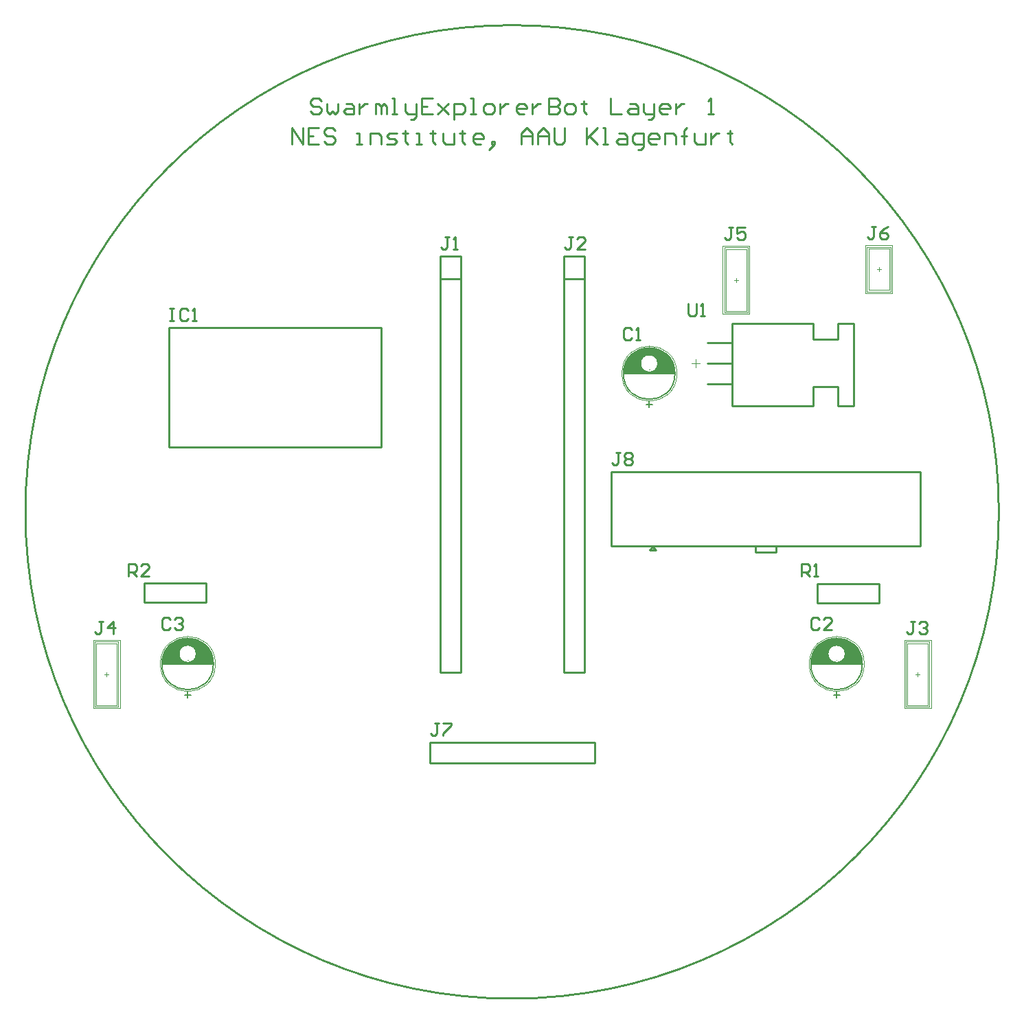
<source format=gto>
G04*
G04 #@! TF.GenerationSoftware,Altium Limited,CircuitMaker,2.2.1 (6)*
G04*
G04 Layer_Color=15132400*
%FSLAX44Y44*%
%MOMM*%
G71*
G04*
G04 #@! TF.SameCoordinates,9E674738-4F13-4C75-B363-8A9F2A517ECE*
G04*
G04*
G04 #@! TF.FilePolarity,Positive*
G04*
G01*
G75*
%ADD10C,0.0500*%
%ADD11C,0.3556*%
%ADD12C,0.2000*%
%ADD13C,0.1000*%
%ADD14C,0.2540*%
%ADD15C,0.0000*%
G36*
X168250Y412500D02*
Y417272D01*
Y418553D01*
X168750Y421066D01*
X169730Y423433D01*
X171154Y425564D01*
X172060Y426470D01*
X172060Y427074D01*
X172296Y428259D01*
X172758Y429375D01*
X173429Y430379D01*
X173856Y430806D01*
X173856Y430806D01*
X181694Y438644D01*
X182121Y439071D01*
X183125Y439742D01*
X184241Y440204D01*
X185426Y440440D01*
X186030D01*
X186936Y441346D01*
X189067Y442770D01*
X191434Y443750D01*
X193947Y444250D01*
X195228D01*
D01*
X205298D01*
X206152D01*
X207827Y443917D01*
X209406Y443263D01*
X210826Y442314D01*
X211430Y441710D01*
X212336D01*
X214113Y441357D01*
X215787Y440663D01*
X217293Y439656D01*
X217934Y439016D01*
X217934Y439016D01*
X226516Y430434D01*
X227157Y429794D01*
X228163Y428287D01*
X228857Y426613D01*
X229210Y424836D01*
Y423930D01*
X229754Y423386D01*
X230609Y422107D01*
X231197Y420686D01*
X231497Y419177D01*
Y418408D01*
D01*
Y412511D01*
X201270Y412500D01*
X201874Y413104D01*
X203294Y414053D01*
X204872Y414707D01*
X206548Y415040D01*
X207402D01*
D01*
X207620D01*
Y415342D01*
X207738Y415934D01*
X207969Y416492D01*
X208305Y416995D01*
X208518Y417208D01*
D01*
X211430Y420120D01*
Y430280D01*
X206350Y435360D01*
X206035Y435646D01*
X205328Y436118D01*
X204543Y436443D01*
X203709Y436609D01*
X203284Y436630D01*
D01*
X200002D01*
X199100Y436586D01*
X197330Y436234D01*
X195664Y435543D01*
X194164Y434541D01*
X193495Y433935D01*
X193495Y433935D01*
X189238Y429678D01*
X188802Y429197D01*
X188081Y428118D01*
X187585Y426920D01*
X187332Y425648D01*
X187300Y424999D01*
X187357Y423845D01*
X187807Y421580D01*
X188691Y419446D01*
X189974Y417526D01*
X190750Y416670D01*
Y416670D01*
X192226Y415194D01*
X192895Y414588D01*
X194394Y413586D01*
X196060Y412896D01*
X197828Y412544D01*
X198730Y412500D01*
D01*
X168250D01*
D02*
G37*
G36*
X968250D02*
Y417272D01*
Y418553D01*
X968750Y421066D01*
X969731Y423433D01*
X971154Y425564D01*
X972060Y426470D01*
X972060Y427074D01*
X972296Y428259D01*
X972758Y429375D01*
X973429Y430379D01*
X973856Y430806D01*
X973856Y430806D01*
X981694Y438644D01*
X982121Y439071D01*
X983125Y439742D01*
X984241Y440204D01*
X985426Y440440D01*
X986030D01*
X986936Y441346D01*
X989066Y442770D01*
X991434Y443750D01*
X993947Y444250D01*
X995228D01*
D01*
X1005298D01*
X1006152D01*
X1007827Y443917D01*
X1009406Y443263D01*
X1010826Y442314D01*
X1011430Y441710D01*
X1012336D01*
X1014113Y441357D01*
X1015787Y440663D01*
X1017293Y439656D01*
X1017934Y439016D01*
X1017934Y439016D01*
X1026516Y430434D01*
X1027157Y429794D01*
X1028163Y428287D01*
X1028857Y426613D01*
X1029210Y424836D01*
Y423930D01*
X1029754Y423386D01*
X1030609Y422107D01*
X1031197Y420686D01*
X1031497Y419177D01*
Y418408D01*
D01*
Y412511D01*
X1001270Y412500D01*
X1001874Y413104D01*
X1003294Y414053D01*
X1004873Y414707D01*
X1006548Y415040D01*
X1007402D01*
D01*
X1007620D01*
Y415342D01*
X1007738Y415934D01*
X1007969Y416492D01*
X1008305Y416995D01*
X1008518Y417208D01*
D01*
X1011430Y420120D01*
Y430280D01*
X1006350Y435360D01*
X1006035Y435646D01*
X1005328Y436118D01*
X1004543Y436443D01*
X1003709Y436609D01*
X1003284Y436630D01*
D01*
X1000002D01*
X999100Y436586D01*
X997330Y436234D01*
X995664Y435543D01*
X994164Y434541D01*
X993495Y433935D01*
X993495Y433935D01*
X989238Y429678D01*
X988802Y429197D01*
X988081Y428118D01*
X987585Y426920D01*
X987332Y425648D01*
X987300Y424999D01*
X987357Y423845D01*
X987807Y421580D01*
X988691Y419446D01*
X989974Y417526D01*
X990750Y416670D01*
Y416670D01*
X992226Y415194D01*
X992895Y414588D01*
X994394Y413586D01*
X996060Y412896D01*
X997828Y412544D01*
X998730Y412500D01*
D01*
X968250D01*
D02*
G37*
G36*
X737248Y770501D02*
Y775273D01*
Y776554D01*
X737748Y779067D01*
X738729Y781434D01*
X740152Y783565D01*
X741058Y784471D01*
X741058Y785075D01*
X741294Y786260D01*
X741756Y787375D01*
X742427Y788380D01*
X742854Y788807D01*
X742854Y788807D01*
X750692Y796645D01*
X751119Y797072D01*
X752124Y797743D01*
X753240Y798205D01*
X754424Y798441D01*
X755028D01*
X755934Y799347D01*
X758065Y800770D01*
X760432Y801751D01*
X762945Y802251D01*
X764227D01*
D01*
X774296D01*
X775150D01*
X776826Y801918D01*
X778404Y801264D01*
X779824Y800315D01*
X780428Y799711D01*
X781334D01*
X783111Y799357D01*
X784785Y798664D01*
X786292Y797657D01*
X786932Y797017D01*
X786932Y797017D01*
X795514Y788435D01*
X796155Y787794D01*
X797161Y786288D01*
X797855Y784614D01*
X798208Y782837D01*
Y781931D01*
X798752Y781387D01*
X799607Y780108D01*
X800196Y778687D01*
X800496Y777178D01*
Y776409D01*
D01*
Y770512D01*
X770268Y770501D01*
X770872Y771105D01*
X772293Y772054D01*
X773871Y772708D01*
X775546Y773041D01*
X776401D01*
D01*
X776618D01*
Y773343D01*
X776736Y773935D01*
X776967Y774493D01*
X777303Y774995D01*
X777516Y775209D01*
D01*
X780428Y778121D01*
Y788281D01*
X775348Y793361D01*
X775033Y793647D01*
X774326Y794119D01*
X773541Y794444D01*
X772707Y794610D01*
X772282Y794631D01*
D01*
X769000D01*
X768098Y794586D01*
X766329Y794235D01*
X764662Y793544D01*
X763162Y792542D01*
X762493Y791936D01*
X762493Y791936D01*
X758236Y787679D01*
X757800Y787198D01*
X757080Y786119D01*
X756583Y784921D01*
X756330Y783649D01*
X756298Y783000D01*
X756355Y781845D01*
X756806Y779581D01*
X757689Y777447D01*
X758972Y775527D01*
X759749Y774671D01*
Y774671D01*
X761224Y773195D01*
X761893Y772589D01*
X763392Y771587D01*
X765058Y770897D01*
X766827Y770545D01*
X767728Y770501D01*
D01*
X737248D01*
D02*
G37*
D10*
X803198D02*
G03*
X803198Y770501I-33937J0D01*
G01*
X234200Y412500D02*
G03*
X234200Y412500I-33937J0D01*
G01*
X1034200D02*
G03*
X1034200Y412500I-33937J0D01*
G01*
X892510Y844090D02*
Y927910D01*
X859490Y844090D02*
X892510D01*
X859490D02*
Y927910D01*
X892510D01*
X83490Y358090D02*
Y441910D01*
X116510D01*
Y358090D02*
Y441910D01*
X83490Y358090D02*
X116510D01*
X1083490D02*
Y441910D01*
X1116510D01*
Y358090D02*
Y441910D01*
X1083490Y358090D02*
X1116510D01*
X1035490Y928600D02*
X1068510D01*
X1035490Y869400D02*
Y928600D01*
Y869400D02*
X1068510D01*
Y928600D01*
D11*
X780631Y783000D02*
G03*
X780631Y783000I-11631J0D01*
G01*
X211632Y424999D02*
G03*
X211632Y424999I-11631J0D01*
G01*
X1011632D02*
G03*
X1011632Y424999I-11631J0D01*
G01*
D12*
X800748Y770501D02*
G03*
X800748Y770501I-31750J0D01*
G01*
X231750Y412500D02*
G03*
X231750Y412500I-31750J0D01*
G01*
X1031750D02*
G03*
X1031750Y412500I-31750J0D01*
G01*
X768998Y728591D02*
Y736211D01*
X765327Y732401D02*
X772808D01*
X737248Y770501D02*
X800748D01*
X200000Y370590D02*
Y378210D01*
X196329Y374400D02*
X203810D01*
X168250Y412500D02*
X231750D01*
X1000000Y370590D02*
Y378210D01*
X996329Y374400D02*
X1003810D01*
X968250Y412500D02*
X1031750D01*
D13*
X861500Y846250D02*
Y925750D01*
Y846100D02*
X890500D01*
Y846250D02*
Y925750D01*
X861500Y925900D02*
X890500D01*
X114500Y360250D02*
Y439750D01*
X85500Y439900D02*
X114500D01*
X85500Y360250D02*
Y439750D01*
Y360100D02*
X114500D01*
X1114500Y360250D02*
Y439750D01*
X1085500Y439900D02*
X1114500D01*
X1085500Y360250D02*
Y439750D01*
Y360100D02*
X1114500D01*
X1066500Y871600D02*
Y926400D01*
X1037500Y871600D02*
X1066500D01*
X1037500Y926400D02*
X1066500D01*
X1037500Y871600D02*
Y926400D01*
X863300Y924100D02*
X888700D01*
X863300Y847900D02*
Y924100D01*
Y847900D02*
X888700D01*
Y924100D01*
X87300Y361900D02*
X112700D01*
Y438100D01*
X87300D02*
X112700D01*
X87300Y361900D02*
Y438100D01*
X1087300Y361900D02*
X1112700D01*
Y438100D01*
X1087300D02*
X1112700D01*
X1087300Y361900D02*
Y438100D01*
X1039300Y924400D02*
X1064700D01*
X1039300Y873600D02*
Y924400D01*
Y873600D02*
X1064700D01*
Y924400D01*
X876000Y883460D02*
Y888540D01*
X873460Y886000D02*
X878540D01*
X100000Y397460D02*
Y402540D01*
X97460Y400000D02*
X102540D01*
X1100000Y397460D02*
Y402540D01*
X1097460Y400000D02*
X1102540D01*
X1052000Y896460D02*
Y901540D01*
X1049460Y899000D02*
X1054540D01*
X826000Y778000D02*
Y788000D01*
X821000Y783000D02*
X831000D01*
X768998Y775581D02*
X769261D01*
X200000Y417580D02*
X200263D01*
X1000000D02*
X1000263D01*
D14*
X222900Y488570D02*
Y512003D01*
X146700D02*
X222900D01*
X146700Y488570D02*
Y512003D01*
Y488570D02*
X222900D01*
X976100Y487997D02*
Y511430D01*
Y487997D02*
X1052300D01*
Y511430D01*
X976100D02*
X1052300D01*
X773000Y556710D02*
X776810Y552900D01*
X773000D02*
X776810D01*
X900000Y550360D02*
Y557980D01*
X925400Y550360D02*
Y557980D01*
X722000Y558200D02*
Y649200D01*
X1103400Y558200D02*
Y649200D01*
X769190Y552900D02*
X773000Y556710D01*
X769190Y552900D02*
X773000D01*
X900000Y550360D02*
X925400D01*
X722000Y558200D02*
X1103400D01*
X722000Y649200D02*
X1103400D01*
X1001768Y730930D02*
Y754552D01*
X971034D02*
X1001768D01*
X971288Y812972D02*
X1001768D01*
X971034Y813226D02*
X971288Y812972D01*
X971034Y813226D02*
Y832530D01*
X840732Y783000D02*
X869180Y783000D01*
X1001768Y730930D02*
X1020818D01*
X840732Y808400D02*
X870958D01*
X840732Y757600D02*
X870958D01*
X1001768Y832530D02*
X1020818D01*
X1001768Y812972D02*
Y832530D01*
X870958D02*
X971034D01*
X870958Y730930D02*
Y832530D01*
X1020818Y730930D02*
Y832530D01*
X870958Y730930D02*
X971034D01*
Y754552D01*
X663500Y887300D02*
X688900D01*
X663500Y915240D02*
X688900D01*
Y402160D02*
Y915240D01*
X663500Y402160D02*
X688900D01*
X663500Y402160D02*
Y915240D01*
X511100Y887300D02*
X536500D01*
X511100Y915240D02*
X536500D01*
Y402160D02*
Y915240D01*
X511100Y402160D02*
X536500D01*
X511100Y402160D02*
Y915240D01*
X498400Y290300D02*
X701600D01*
X498400D02*
Y315700D01*
X701600D01*
Y290300D02*
Y315700D01*
X438180Y679640D02*
Y826960D01*
X176560Y679640D02*
X438180D01*
X176560D02*
Y826960D01*
X438180D01*
X328421Y1053204D02*
Y1073198D01*
X341750Y1053204D01*
Y1073198D01*
X361744D02*
X348414D01*
Y1053204D01*
X361744D01*
X348414Y1063201D02*
X355079D01*
X381737Y1069866D02*
X378405Y1073198D01*
X371740D01*
X368408Y1069866D01*
Y1066534D01*
X371740Y1063201D01*
X378405D01*
X381737Y1059869D01*
Y1056537D01*
X378405Y1053204D01*
X371740D01*
X368408Y1056537D01*
X408395Y1053204D02*
X415060D01*
X411727D01*
Y1066534D01*
X408395D01*
X425056Y1053204D02*
Y1066534D01*
X435053D01*
X438385Y1063201D01*
Y1053204D01*
X445050D02*
X455047D01*
X458379Y1056537D01*
X455047Y1059869D01*
X448382D01*
X445050Y1063201D01*
X448382Y1066534D01*
X458379D01*
X468376Y1069866D02*
Y1066534D01*
X465043D01*
X471708D01*
X468376D01*
Y1056537D01*
X471708Y1053204D01*
X481705D02*
X488369D01*
X485037D01*
Y1066534D01*
X481705D01*
X501698Y1069866D02*
Y1066534D01*
X498366D01*
X505031D01*
X501698D01*
Y1056537D01*
X505031Y1053204D01*
X515027Y1066534D02*
Y1056537D01*
X518360Y1053204D01*
X528356D01*
Y1066534D01*
X538353Y1069866D02*
Y1066534D01*
X535021D01*
X541685D01*
X538353D01*
Y1056537D01*
X541685Y1053204D01*
X561679D02*
X555014D01*
X551682Y1056537D01*
Y1063201D01*
X555014Y1066534D01*
X561679D01*
X565011Y1063201D01*
Y1059869D01*
X551682D01*
X575008Y1049872D02*
X578340Y1053204D01*
Y1056537D01*
X575008D01*
Y1053204D01*
X578340D01*
X575008Y1049872D01*
X571676Y1046540D01*
X611663Y1053204D02*
Y1066534D01*
X618327Y1073198D01*
X624992Y1066534D01*
Y1053204D01*
Y1063201D01*
X611663D01*
X631656Y1053204D02*
Y1066534D01*
X638321Y1073198D01*
X644986Y1066534D01*
Y1053204D01*
Y1063201D01*
X631656D01*
X651650Y1073198D02*
Y1056537D01*
X654982Y1053204D01*
X661647D01*
X664979Y1056537D01*
Y1073198D01*
X691637D02*
Y1053204D01*
Y1059869D01*
X704966Y1073198D01*
X694969Y1063201D01*
X704966Y1053204D01*
X711631D02*
X718295D01*
X714963D01*
Y1073198D01*
X711631D01*
X731624Y1066534D02*
X738289D01*
X741621Y1063201D01*
Y1053204D01*
X731624D01*
X728292Y1056537D01*
X731624Y1059869D01*
X741621D01*
X754950Y1046540D02*
X758282D01*
X761615Y1049872D01*
Y1066534D01*
X751618D01*
X748286Y1063201D01*
Y1056537D01*
X751618Y1053204D01*
X761615D01*
X778276D02*
X771611D01*
X768279Y1056537D01*
Y1063201D01*
X771611Y1066534D01*
X778276D01*
X781608Y1063201D01*
Y1059869D01*
X768279D01*
X788273Y1053204D02*
Y1066534D01*
X798269D01*
X801602Y1063201D01*
Y1053204D01*
X811599D02*
Y1069866D01*
Y1063201D01*
X808266D01*
X814931D01*
X811599D01*
Y1069866D01*
X814931Y1073198D01*
X824928Y1066534D02*
Y1056537D01*
X828260Y1053204D01*
X838257D01*
Y1066534D01*
X844921D02*
Y1053204D01*
Y1059869D01*
X848253Y1063201D01*
X851585Y1066534D01*
X854918D01*
X868247Y1069866D02*
Y1066534D01*
X864915D01*
X871579D01*
X868247D01*
Y1056537D01*
X871579Y1053204D01*
X365076Y1106866D02*
X361743Y1110198D01*
X355079D01*
X351747Y1106866D01*
Y1103533D01*
X355079Y1100201D01*
X361743D01*
X365076Y1096869D01*
Y1093537D01*
X361743Y1090204D01*
X355079D01*
X351747Y1093537D01*
X371740Y1103533D02*
Y1093537D01*
X375073Y1090204D01*
X378405Y1093537D01*
X381737Y1090204D01*
X385069Y1093537D01*
Y1103533D01*
X395066D02*
X401731D01*
X405063Y1100201D01*
Y1090204D01*
X395066D01*
X391734Y1093537D01*
X395066Y1096869D01*
X405063D01*
X411727Y1103533D02*
Y1090204D01*
Y1096869D01*
X415060Y1100201D01*
X418392Y1103533D01*
X421724D01*
X431721Y1090204D02*
Y1103533D01*
X435053D01*
X438385Y1100201D01*
Y1090204D01*
Y1100201D01*
X441718Y1103533D01*
X445050Y1100201D01*
Y1090204D01*
X451715D02*
X458379D01*
X455047D01*
Y1110198D01*
X451715D01*
X468376Y1103533D02*
Y1093537D01*
X471708Y1090204D01*
X481705D01*
Y1086872D01*
X478372Y1083540D01*
X475040D01*
X481705Y1090204D02*
Y1103533D01*
X501698Y1110198D02*
X488369D01*
Y1090204D01*
X501698D01*
X488369Y1100201D02*
X495034D01*
X508363Y1103533D02*
X521692Y1090204D01*
X515027Y1096869D01*
X521692Y1103533D01*
X508363Y1090204D01*
X528356Y1083540D02*
Y1103533D01*
X538353D01*
X541685Y1100201D01*
Y1093537D01*
X538353Y1090204D01*
X528356D01*
X548350D02*
X555014D01*
X551682D01*
Y1110198D01*
X548350D01*
X568344Y1090204D02*
X575008D01*
X578340Y1093537D01*
Y1100201D01*
X575008Y1103533D01*
X568344D01*
X565011Y1100201D01*
Y1093537D01*
X568344Y1090204D01*
X585005Y1103533D02*
Y1090204D01*
Y1096869D01*
X588337Y1100201D01*
X591669Y1103533D01*
X595002D01*
X614995Y1090204D02*
X608331D01*
X604998Y1093537D01*
Y1100201D01*
X608331Y1103533D01*
X614995D01*
X618327Y1100201D01*
Y1096869D01*
X604998D01*
X624992Y1103533D02*
Y1090204D01*
Y1096869D01*
X628324Y1100201D01*
X631656Y1103533D01*
X634989D01*
X644986Y1110198D02*
Y1090204D01*
X654982D01*
X658315Y1093537D01*
Y1096869D01*
X654982Y1100201D01*
X644986D01*
X654982D01*
X658315Y1103533D01*
Y1106866D01*
X654982Y1110198D01*
X644986D01*
X668311Y1090204D02*
X674976D01*
X678308Y1093537D01*
Y1100201D01*
X674976Y1103533D01*
X668311D01*
X664979Y1100201D01*
Y1093537D01*
X668311Y1090204D01*
X688305Y1106866D02*
Y1103533D01*
X684973D01*
X691637D01*
X688305D01*
Y1093537D01*
X691637Y1090204D01*
X721628Y1110198D02*
Y1090204D01*
X734957D01*
X744953Y1103533D02*
X751618D01*
X754950Y1100201D01*
Y1090204D01*
X744953D01*
X741621Y1093537D01*
X744953Y1096869D01*
X754950D01*
X761615Y1103533D02*
Y1093537D01*
X764947Y1090204D01*
X774944D01*
Y1086872D01*
X771611Y1083540D01*
X768279D01*
X774944Y1090204D02*
Y1103533D01*
X791605Y1090204D02*
X784940D01*
X781608Y1093537D01*
Y1100201D01*
X784940Y1103533D01*
X791605D01*
X794937Y1100201D01*
Y1096869D01*
X781608D01*
X801602Y1103533D02*
Y1090204D01*
Y1096869D01*
X804934Y1100201D01*
X808266Y1103533D01*
X811599D01*
X841589Y1090204D02*
X848253D01*
X844921D01*
Y1110198D01*
X841589Y1106866D01*
X127000Y520954D02*
Y536189D01*
X134618D01*
X137157Y533650D01*
Y528572D01*
X134618Y526032D01*
X127000D01*
X132078D02*
X137157Y520954D01*
X152392D02*
X142235D01*
X152392Y531111D01*
Y533650D01*
X149853Y536189D01*
X144774D01*
X142235Y533650D01*
X956310Y520446D02*
Y535681D01*
X963928D01*
X966467Y533142D01*
Y528064D01*
X963928Y525524D01*
X956310D01*
X961388D02*
X966467Y520446D01*
X971545D02*
X976623D01*
X974084D01*
Y535681D01*
X971545Y533142D01*
X733549Y673349D02*
X728470D01*
X731010D01*
Y660653D01*
X728470Y658114D01*
X725931D01*
X723392Y660653D01*
X738627Y670810D02*
X741166Y673349D01*
X746245D01*
X748784Y670810D01*
Y668271D01*
X746245Y665732D01*
X748784Y663192D01*
Y660653D01*
X746245Y658114D01*
X741166D01*
X738627Y660653D01*
Y663192D01*
X741166Y665732D01*
X738627Y668271D01*
Y670810D01*
X741166Y665732D02*
X746245D01*
X871979Y950971D02*
X866900D01*
X869439D01*
Y938275D01*
X866900Y935736D01*
X864361D01*
X861822Y938275D01*
X887214Y950971D02*
X877057D01*
Y943354D01*
X882135Y945893D01*
X884675D01*
X887214Y943354D01*
Y938275D01*
X884675Y935736D01*
X879596D01*
X877057Y938275D01*
X817372Y856737D02*
Y844041D01*
X819911Y841502D01*
X824989D01*
X827529Y844041D01*
Y856737D01*
X832607Y841502D02*
X837685D01*
X835146D01*
Y856737D01*
X832607Y854198D01*
X509775Y339847D02*
X504696D01*
X507235D01*
Y327151D01*
X504696Y324612D01*
X502157D01*
X499618Y327151D01*
X514853Y339847D02*
X525010D01*
Y337308D01*
X514853Y327151D01*
Y324612D01*
X1048001Y951733D02*
X1042922D01*
X1045462D01*
Y939037D01*
X1042922Y936498D01*
X1040383D01*
X1037844Y939037D01*
X1063236Y951733D02*
X1058157Y949194D01*
X1053079Y944116D01*
Y939037D01*
X1055618Y936498D01*
X1060697D01*
X1063236Y939037D01*
Y941576D01*
X1060697Y944116D01*
X1053079D01*
X96009Y465069D02*
X90930D01*
X93469D01*
Y452373D01*
X90930Y449834D01*
X88391D01*
X85852Y452373D01*
X108705Y449834D02*
Y465069D01*
X101087Y457452D01*
X111244D01*
X1096007Y465069D02*
X1090928D01*
X1093467D01*
Y452373D01*
X1090928Y449834D01*
X1088389D01*
X1085850Y452373D01*
X1101085Y462530D02*
X1103624Y465069D01*
X1108703D01*
X1111242Y462530D01*
Y459991D01*
X1108703Y457452D01*
X1106163D01*
X1108703D01*
X1111242Y454912D01*
Y452373D01*
X1108703Y449834D01*
X1103624D01*
X1101085Y452373D01*
X674875Y939287D02*
X669796D01*
X672336D01*
Y926591D01*
X669796Y924052D01*
X667257D01*
X664718Y926591D01*
X690110Y924052D02*
X679953D01*
X690110Y934209D01*
Y936748D01*
X687571Y939287D01*
X682492D01*
X679953Y936748D01*
X522475Y939287D02*
X517396D01*
X519935D01*
Y926591D01*
X517396Y924052D01*
X514857D01*
X512318Y926591D01*
X527553Y924052D02*
X532631D01*
X530092D01*
Y939287D01*
X527553Y936748D01*
X177800Y851149D02*
X182878D01*
X180339D01*
Y835914D01*
X177800D01*
X182878D01*
X200653Y848610D02*
X198113Y851149D01*
X193035D01*
X190496Y848610D01*
Y838453D01*
X193035Y835914D01*
X198113D01*
X200653Y838453D01*
X205731Y835914D02*
X210809D01*
X208270D01*
Y851149D01*
X205731Y848610D01*
X178813Y467102D02*
X176273Y469641D01*
X171195D01*
X168656Y467102D01*
Y456945D01*
X171195Y454406D01*
X176273D01*
X178813Y456945D01*
X183891Y467102D02*
X186430Y469641D01*
X191509D01*
X194048Y467102D01*
Y464563D01*
X191509Y462024D01*
X188969D01*
X191509D01*
X194048Y459484D01*
Y456945D01*
X191509Y454406D01*
X186430D01*
X183891Y456945D01*
X978659Y467102D02*
X976120Y469641D01*
X971041D01*
X968502Y467102D01*
Y456945D01*
X971041Y454406D01*
X976120D01*
X978659Y456945D01*
X993894Y454406D02*
X983737D01*
X993894Y464563D01*
Y467102D01*
X991355Y469641D01*
X986276D01*
X983737Y467102D01*
X747773Y824988D02*
X745234Y827527D01*
X740155D01*
X737616Y824988D01*
Y814831D01*
X740155Y812292D01*
X745234D01*
X747773Y814831D01*
X752851Y812292D02*
X757929D01*
X755390D01*
Y827527D01*
X752851Y824988D01*
X1200000Y600000D02*
G03*
X1200000Y600000I-600000J0D01*
G01*
D15*
X701600Y290300D02*
Y315700D01*
X498400D02*
X701600D01*
X498400Y290300D02*
Y315700D01*
Y290300D02*
X701600D01*
X498400D02*
X701600D01*
X498400D02*
Y315700D01*
X701600D01*
Y290300D02*
Y315700D01*
Y290300D02*
Y315700D01*
X498400D02*
X701600D01*
X498400Y290300D02*
Y315700D01*
Y290300D02*
X701600D01*
M02*

</source>
